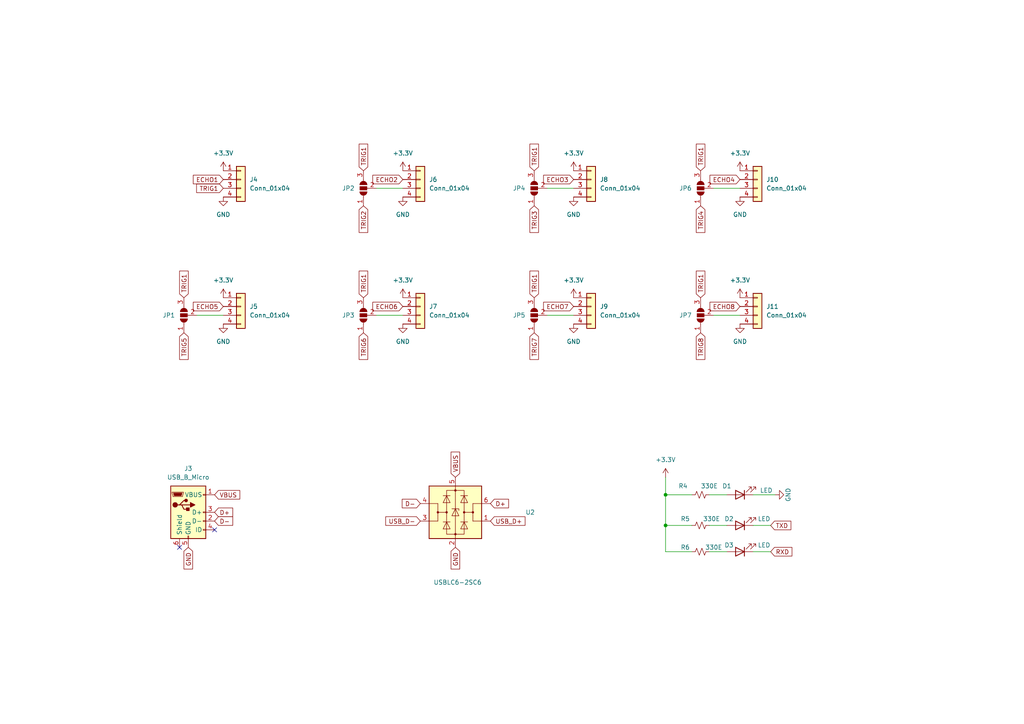
<source format=kicad_sch>
(kicad_sch (version 20211123) (generator eeschema)
  (paper "A4")
  (lib_symbols
    (symbol "Connector:USB_B_Micro" (pin_names (offset 1.016))
      (property "Reference" "J" (at -5.08 11.43 0))
      (property "Value" "USB_B_Micro" (at -5.08 8.89 0))
      (symbol "USB_B_Micro_0_1"
        (rectangle (start -5.08 -7.62) (end 5.08 7.62) (stroke (width 0.254)) (fill (type background)))
        (circle (center -3.81 2.159) (radius 0.635) (stroke (width 0.254)) (fill (type outline)))
        (circle (center -0.635 3.429) (radius 0.381) (stroke (width 0.254)) (fill (type outline)))
        (rectangle (start -0.127 -7.62) (end 0.127 -6.858))
        (polyline (pts (xy -1.905 2.159) (xy 0.635 2.159)) (stroke (width 0.254)))
        (polyline (pts (xy -3.175 2.159) (xy -2.54 2.159) (xy -1.27 3.429) (xy -0.635 3.429)) (stroke (width 0.254)))
        (polyline (pts (xy -2.54 2.159) (xy -1.905 2.159) (xy -1.27 0.889) (xy 0 0.889)) (stroke (width 0.254)))
        (polyline (pts (xy 0.635 2.794) (xy 0.635 1.524) (xy 1.905 2.159) (xy 0.635 2.794)) (stroke (width 0.254)) (fill (type outline)))
        (polyline (pts (xy -4.318 5.588) (xy -1.778 5.588) (xy -2.032 4.826) (xy -4.064 4.826) (xy -4.318 5.588)) (fill (type outline)))
        (polyline (pts (xy -4.699 5.842) (xy -4.699 5.588) (xy -4.445 4.826) (xy -4.445 4.572) (xy -1.651 4.572) (xy -1.651 4.826) (xy -1.397 5.588) (xy -1.397 5.842) (xy -4.699 5.842)))
        (rectangle (start 0.254 1.27) (end -0.508 0.508) (stroke (width 0.254)) (fill (type outline)))
        (rectangle (start 5.08 -5.207) (end 4.318 -4.953))
        (rectangle (start 5.08 -2.667) (end 4.318 -2.413))
        (rectangle (start 5.08 -0.127) (end 4.318 0.127))
        (rectangle (start 5.08 4.953) (end 4.318 5.207))
      )
      (symbol "USB_B_Micro_1_1"
        (pin power_out line (at 7.62 5.08 180) (length 2.54) (name "VBUS") (number "1"))
        (pin bidirectional line (at 7.62 -2.54 180) (length 2.54) (name "D-") (number "2"))
        (pin bidirectional line (at 7.62 0 180) (length 2.54) (name "D+") (number "3"))
        (pin passive line (at 7.62 -5.08 180) (length 2.54) (name "ID") (number "4"))
        (pin power_out line (at 0 -10.16 90) (length 2.54) (name "GND") (number "5"))
        (pin passive line (at -2.54 -10.16 90) (length 2.54) (name "Shield") (number "6"))
      )
    )
    (symbol "Connector_Generic:Conn_01x04" (pin_names (offset 1.016) hide)
      (property "Reference" "J" (at 0 5.08 0))
      (property "Value" "Conn_01x04" (at 0 -7.62 0))
      (symbol "Conn_01x04_1_1"
        (rectangle (start -1.27 -4.953) (end 0 -5.207) (stroke (width 0.1524)))
        (rectangle (start -1.27 -2.413) (end 0 -2.667) (stroke (width 0.1524)))
        (rectangle (start -1.27 0.127) (end 0 -0.127) (stroke (width 0.1524)))
        (rectangle (start -1.27 2.667) (end 0 2.413) (stroke (width 0.1524)))
        (rectangle (start -1.27 3.81) (end 1.27 -6.35) (stroke (width 0.254)) (fill (type background)))
        (pin passive line (at -5.08 2.54 0) (length 3.81) (name "Pin_1") (number "1"))
        (pin passive line (at -5.08 0 0) (length 3.81) (name "Pin_2") (number "2"))
        (pin passive line (at -5.08 -2.54 0) (length 3.81) (name "Pin_3") (number "3"))
        (pin passive line (at -5.08 -5.08 0) (length 3.81) (name "Pin_4") (number "4"))
      )
    )
    (symbol "Device:LED" (pin_numbers hide) (pin_names (offset 1.016) hide)
      (property "Reference" "D" (at 0 2.54 0))
      (property "Value" "LED" (at 0 -2.54 0))
      (symbol "LED_0_1"
        (polyline (pts (xy -1.27 -1.27) (xy -1.27 1.27)) (stroke (width 0.254)))
        (polyline (pts (xy -1.27 0) (xy 1.27 0)))
        (polyline (pts (xy 1.27 -1.27) (xy 1.27 1.27) (xy -1.27 0) (xy 1.27 -1.27)) (stroke (width 0.254)))
        (polyline (pts (xy -3.048 -0.762) (xy -4.572 -2.286) (xy -3.81 -2.286) (xy -4.572 -2.286) (xy -4.572 -1.524)))
        (polyline (pts (xy -1.778 -0.762) (xy -3.302 -2.286) (xy -2.54 -2.286) (xy -3.302 -2.286) (xy -3.302 -1.524)))
      )
      (symbol "LED_1_1"
        (pin passive line (at -3.81 0 0) (length 2.54) (name "K") (number "1"))
        (pin passive line (at 3.81 0 180) (length 2.54) (name "A") (number "2"))
      )
    )
    (symbol "Device:R_Small_US" (pin_numbers hide) (pin_names (offset 0.254) hide)
      (property "Reference" "R" (at 0.762 0.508 0))
      (property "Value" "R_Small_US" (at 0.762 -1.016 0))
      (symbol "R_Small_US_1_1"
        (polyline (pts (xy 0 0) (xy 1.016 -0.381) (xy 0 -0.762) (xy -1.016 -1.143) (xy 0 -1.524)))
        (polyline (pts (xy 0 1.524) (xy 1.016 1.143) (xy 0 0.762) (xy -1.016 0.381) (xy 0 0)))
        (pin passive line (at 0 2.54 270) (length 1.016) (name "~") (number "1"))
        (pin passive line (at 0 -2.54 90) (length 1.016) (name "~") (number "2"))
      )
    )
    (symbol "Jumper:SolderJumper_3_Open" (pin_names (offset 0) hide)
      (property "Reference" "JP" (at -2.54 -2.54 0))
      (property "Value" "SolderJumper_3_Open" (at 0 2.794 0))
      (symbol "SolderJumper_3_Open_0_1"
        (arc (start -1.016 1.016) (mid -2.032 0) (end -1.016 -1.016))
        (arc (start -1.016 1.016) (mid -2.032 0) (end -1.016 -1.016) (fill (type outline)))
        (rectangle (start -0.508 1.016) (end 0.508 -1.016) (fill (type outline)))
        (polyline (pts (xy -2.54 0) (xy -2.032 0)))
        (polyline (pts (xy -1.016 1.016) (xy -1.016 -1.016)))
        (polyline (pts (xy 0 -1.27) (xy 0 -1.016)))
        (polyline (pts (xy 1.016 1.016) (xy 1.016 -1.016)))
        (polyline (pts (xy 2.54 0) (xy 2.032 0)))
        (arc (start 1.016 -1.016) (mid 2.032 0) (end 1.016 1.016))
        (arc (start 1.016 -1.016) (mid 2.032 0) (end 1.016 1.016) (fill (type outline)))
      )
      (symbol "SolderJumper_3_Open_1_1"
        (pin passive line (at -5.08 0 0) (length 2.54) (name "A") (number "1"))
        (pin passive line (at 0 -3.81 90) (length 2.54) (name "C") (number "2"))
        (pin passive line (at 5.08 0 180) (length 2.54) (name "B") (number "3"))
      )
    )
    (symbol "Power_Protection:USBLC6-2SC6" (pin_names hide)
      (property "Reference" "U" (at 2.54 8.89 0))
      (property "Value" "USBLC6-2SC6" (at 2.54 -8.89 0))
      (symbol "USBLC6-2SC6_0_1"
        (rectangle (start -7.62 -7.62) (end 7.62 7.62) (stroke (width 0.254)) (fill (type background)))
        (circle (center -5.08 0) (radius 0.254) (fill (type outline)))
        (circle (center -2.54 0) (radius 0.254) (fill (type outline)))
        (rectangle (start -2.54 6.35) (end 2.54 -6.35))
        (circle (center 0 -6.35) (radius 0.254) (fill (type outline)))
        (polyline (pts (xy -5.08 -2.54) (xy -7.62 -2.54)))
        (polyline (pts (xy -5.08 0) (xy -5.08 -2.54)))
        (polyline (pts (xy -5.08 2.54) (xy -7.62 2.54)))
        (polyline (pts (xy -1.524 -2.794) (xy -3.556 -2.794)))
        (polyline (pts (xy -1.524 4.826) (xy -3.556 4.826)))
        (polyline (pts (xy 0 -7.62) (xy 0 -6.35)))
        (polyline (pts (xy 0 -6.35) (xy 0 1.27)))
        (polyline (pts (xy 0 1.27) (xy 0 6.35)))
        (polyline (pts (xy 0 6.35) (xy 0 7.62)))
        (polyline (pts (xy 1.524 -2.794) (xy 3.556 -2.794)))
        (polyline (pts (xy 1.524 4.826) (xy 3.556 4.826)))
        (polyline (pts (xy 5.08 -2.54) (xy 7.62 -2.54)))
        (polyline (pts (xy 5.08 0) (xy 5.08 -2.54)))
        (polyline (pts (xy 5.08 2.54) (xy 7.62 2.54)))
        (polyline (pts (xy -2.54 0) (xy -5.08 0) (xy -5.08 2.54)))
        (polyline (pts (xy 2.54 0) (xy 5.08 0) (xy 5.08 2.54)))
        (polyline (pts (xy -3.556 -4.826) (xy -1.524 -4.826) (xy -2.54 -2.794) (xy -3.556 -4.826)))
        (polyline (pts (xy -3.556 2.794) (xy -1.524 2.794) (xy -2.54 4.826) (xy -3.556 2.794)))
        (polyline (pts (xy -1.016 -1.016) (xy 1.016 -1.016) (xy 0 1.016) (xy -1.016 -1.016)))
        (polyline (pts (xy 1.016 1.016) (xy 0.762 1.016) (xy -1.016 1.016) (xy -1.016 0.508)))
        (polyline (pts (xy 3.556 -4.826) (xy 1.524 -4.826) (xy 2.54 -2.794) (xy 3.556 -4.826)))
        (polyline (pts (xy 3.556 2.794) (xy 1.524 2.794) (xy 2.54 4.826) (xy 3.556 2.794)))
        (circle (center 0 6.35) (radius 0.254) (fill (type outline)))
        (circle (center 2.54 0) (radius 0.254) (fill (type outline)))
        (circle (center 5.08 0) (radius 0.254) (fill (type outline)))
      )
      (symbol "USBLC6-2SC6_1_1"
        (pin passive line (at -10.16 -2.54 0) (length 2.54) (name "I/O1") (number "1"))
        (pin passive line (at 0 -10.16 90) (length 2.54) (name "GND") (number "2"))
        (pin passive line (at 10.16 -2.54 180) (length 2.54) (name "I/O2") (number "3"))
        (pin passive line (at 10.16 2.54 180) (length 2.54) (name "I/O2") (number "4"))
        (pin passive line (at 0 10.16 270) (length 2.54) (name "VBUS") (number "5"))
        (pin passive line (at -10.16 2.54 0) (length 2.54) (name "I/O1") (number "6"))
      )
    )
    (symbol "power:+3.3V" (power) (pin_names (offset 0))
      (property "Value" "+3.3V" (at 0 3.556 0))
      (symbol "+3.3V_0_1"
        (polyline (pts (xy -0.762 1.27) (xy 0 2.54)))
        (polyline (pts (xy 0 0) (xy 0 2.54)))
        (polyline (pts (xy 0 2.54) (xy 0.762 1.27)))
      )
      (symbol "+3.3V_1_1"
        (pin power_in line (at 0 0 90) (length 0) hide (name "+3.3V") (number "1"))
      )
    )
    (symbol "power:GND" (power) (pin_names (offset 0))
      (property "Value" "GND" (at 0 -3.81 0))
      (symbol "GND_0_1"
        (polyline (pts (xy 0 0) (xy 0 -1.27) (xy 1.27 -1.27) (xy 0 -2.54) (xy -1.27 -1.27) (xy 0 -1.27)))
      )
      (symbol "GND_1_1"
        (pin power_in line (at 0 0 270) (length 0) hide (name "GND") (number "1"))
      )
    )
  )
  (junction (at 193.04 152.4))
  (junction (at 193.04 143.51))
  (no_connect (at 62.23 153.67))
  (no_connect (at 52.07 158.75))
  (wire (pts (xy 218.44 152.4) (xy 223.52 152.4)))
  (wire (pts (xy 218.44 143.51) (xy 224.79 143.51)))
  (wire (pts (xy 109.22 54.61) (xy 116.84 54.61)))
  (wire (pts (xy 158.75 91.44) (xy 166.37 91.44)))
  (wire (pts (xy 205.74 152.4) (xy 210.82 152.4)))
  (wire (pts (xy 158.75 54.61) (xy 166.37 54.61)))
  (wire (pts (xy 193.04 160.02) (xy 200.66 160.02)))
  (wire (pts (xy 57.15 91.44) (xy 64.77 91.44)))
  (wire (pts (xy 193.04 138.43) (xy 193.04 143.51)))
  (wire (pts (xy 193.04 152.4) (xy 200.66 152.4)))
  (wire (pts (xy 205.74 143.51) (xy 210.82 143.51)))
  (wire (pts (xy 207.01 91.44) (xy 214.63 91.44)))
  (wire (pts (xy 193.04 152.4) (xy 193.04 160.02)))
  (wire (pts (xy 207.01 54.61) (xy 214.63 54.61)))
  (wire (pts (xy 218.44 160.02) (xy 223.52 160.02)))
  (wire (pts (xy 109.22 91.44) (xy 116.84 91.44)))
  (wire (pts (xy 205.74 160.02) (xy 210.82 160.02)))
  (wire (pts (xy 193.04 152.4) (xy 193.04 143.51)))
  (wire (pts (xy 193.04 143.51) (xy 200.66 143.51)))
  (global_label "TRIG2" (shape input) (at 105.41 59.69 270) (property "Intersheet References" "${INTERSHEET_REFS}" (effects hide)))
  (global_label "TXD" (shape input) (at 223.52 152.4 0) (property "Intersheet References" "${INTERSHEET_REFS}" (effects hide)))
  (global_label "TRIG1" (shape input) (at 105.41 86.36 90) (property "Intersheet References" "${INTERSHEET_REFS}" (effects hide)))
  (global_label "TRIG4" (shape input) (at 203.2 59.69 270) (property "Intersheet References" "${INTERSHEET_REFS}" (effects hide)))
  (global_label "D+" (shape input) (at 142.24 146.05 0) (property "Intersheet References" "${INTERSHEET_REFS}" (effects hide)))
  (global_label "USB_D-" (shape input) (at 121.92 151.13 180) (property "Intersheet References" "${INTERSHEET_REFS}" (effects hide)))
  (global_label "VBUS" (shape input) (at 132.08 138.43 90) (property "Intersheet References" "${INTERSHEET_REFS}" (effects hide)))
  (global_label "TRIG1" (shape input) (at 203.2 86.36 90) (property "Intersheet References" "${INTERSHEET_REFS}" (effects hide)))
  (global_label "D-" (shape input) (at 121.92 146.05 180) (property "Intersheet References" "${INTERSHEET_REFS}" (effects hide)))
  (global_label "ECHO6" (shape input) (at 116.84 88.9 180) (property "Intersheet References" "${INTERSHEET_REFS}" (effects hide)))
  (global_label "TRIG6" (shape input) (at 105.41 96.52 270) (property "Intersheet References" "${INTERSHEET_REFS}" (effects hide)))
  (global_label "ECHO2" (shape input) (at 116.84 52.07 180) (property "Intersheet References" "${INTERSHEET_REFS}" (effects hide)))
  (global_label "USB_D+" (shape input) (at 142.24 151.13 0) (property "Intersheet References" "${INTERSHEET_REFS}" (effects hide)))
  (global_label "ECHO7" (shape input) (at 166.37 88.9 180) (property "Intersheet References" "${INTERSHEET_REFS}" (effects hide)))
  (global_label "VBUS" (shape input) (at 62.23 143.51 0) (property "Intersheet References" "${INTERSHEET_REFS}" (effects hide)))
  (global_label "ECHO4" (shape input) (at 214.63 52.07 180) (property "Intersheet References" "${INTERSHEET_REFS}" (effects hide)))
  (global_label "ECHO1" (shape input) (at 64.77 52.07 180) (property "Intersheet References" "${INTERSHEET_REFS}" (effects hide)))
  (global_label "ECHO5" (shape input) (at 64.77 88.9 180) (property "Intersheet References" "${INTERSHEET_REFS}" (effects hide)))
  (global_label "GND" (shape input) (at 132.08 158.75 270) (property "Intersheet References" "${INTERSHEET_REFS}" (effects hide)))
  (global_label "TRIG3" (shape input) (at 154.94 59.69 270) (property "Intersheet References" "${INTERSHEET_REFS}" (effects hide)))
  (global_label "TRIG1" (shape input) (at 64.77 54.61 180) (property "Intersheet References" "${INTERSHEET_REFS}" (effects hide)))
  (global_label "D-" (shape input) (at 62.23 151.13 0) (property "Intersheet References" "${INTERSHEET_REFS}" (effects hide)))
  (global_label "TRIG1" (shape input) (at 154.94 49.53 90) (property "Intersheet References" "${INTERSHEET_REFS}" (effects hide)))
  (global_label "ECHO8" (shape input) (at 214.63 88.9 180) (property "Intersheet References" "${INTERSHEET_REFS}" (effects hide)))
  (global_label "TRIG1" (shape input) (at 53.34 86.36 90) (property "Intersheet References" "${INTERSHEET_REFS}" (effects hide)))
  (global_label "RXD" (shape input) (at 223.52 160.02 0) (property "Intersheet References" "${INTERSHEET_REFS}" (effects hide)))
  (global_label "TRIG1" (shape input) (at 154.94 86.36 90) (property "Intersheet References" "${INTERSHEET_REFS}" (effects hide)))
  (global_label "TRIG1" (shape input) (at 203.2 49.53 90) (property "Intersheet References" "${INTERSHEET_REFS}" (effects hide)))
  (global_label "TRIG8" (shape input) (at 203.2 96.52 270) (property "Intersheet References" "${INTERSHEET_REFS}" (effects hide)))
  (global_label "TRIG7" (shape input) (at 154.94 96.52 270) (property "Intersheet References" "${INTERSHEET_REFS}" (effects hide)))
  (global_label "GND" (shape input) (at 54.61 158.75 270) (property "Intersheet References" "${INTERSHEET_REFS}" (effects hide)))
  (global_label "TRIG5" (shape input) (at 53.34 96.52 270) (property "Intersheet References" "${INTERSHEET_REFS}" (effects hide)))
  (global_label "TRIG1" (shape input) (at 105.41 49.53 90) (property "Intersheet References" "${INTERSHEET_REFS}" (effects hide)))
  (global_label "ECHO3" (shape input) (at 166.37 52.07 180) (property "Intersheet References" "${INTERSHEET_REFS}" (effects hide)))
  (global_label "D+" (shape input) (at 62.23 148.59 0) (property "Intersheet References" "${INTERSHEET_REFS}" (effects hide)))
  (symbol (lib_id "power:GND") (at 64.77 57.15 0) (unit 1)
    (property "Reference" "#PWR011" (effects hide))
    (property "Value" "GND" (at 64.77 62.23 0))
  )
  (symbol (lib_id "Connector_Generic:Conn_01x04") (at 69.85 88.9 0) (unit 1)
    (property "Reference" "J5" (at 72.39 88.8999 0) (effects (justify left)))
    (property "Value" "Conn_01x04" (at 72.39 91.4399 0) (effects (justify left)))
    (property "Footprint" "Connector_JST:JST_PH_B4B-PH-K_1x04_P2.00mm_Vertical" (effects hide))
  )
  (symbol (lib_id "power:GND") (at 166.37 93.98 0) (unit 1)
    (property "Reference" "#PWR021" (effects hide))
    (property "Value" "GND" (at 166.37 99.06 0))
  )
  (symbol (lib_id "Connector_Generic:Conn_01x04") (at 121.92 88.9 0) (unit 1)
    (property "Reference" "J7" (at 124.46 88.8999 0) (effects (justify left)))
    (property "Value" "Conn_01x04" (at 124.46 91.4399 0) (effects (justify left)))
    (property "Footprint" "Connector_JST:JST_PH_B4B-PH-K_1x04_P2.00mm_Vertical" (effects hide))
  )
  (symbol (lib_id "power:+3.3V") (at 214.63 49.53 0) (unit 1)
    (property "Reference" "#PWR023" (effects hide))
    (property "Value" "+3.3V" (at 214.63 44.45 0))
  )
  (symbol (lib_id "Connector_Generic:Conn_01x04") (at 171.45 88.9 0) (unit 1)
    (property "Reference" "J9" (at 173.99 88.8999 0) (effects (justify left)))
    (property "Value" "Conn_01x04" (at 173.99 91.4399 0) (effects (justify left)))
    (property "Footprint" "Connector_JST:JST_PH_B4B-PH-K_1x04_P2.00mm_Vertical" (effects hide))
  )
  (symbol (lib_id "Device:LED") (at 214.63 143.51 180) (unit 1)
    (property "Reference" "D1" (at 210.82 140.97 0))
    (property "Value" "LED" (at 222.25 142.24 0))
    (property "Footprint" "LED_SMD:LED_0603_1608Metric" (effects hide))
  )
  (symbol (lib_id "power:GND") (at 116.84 93.98 0) (unit 1)
    (property "Reference" "#PWR017" (effects hide))
    (property "Value" "GND" (at 116.84 99.06 0))
  )
  (symbol (lib_id "Jumper:SolderJumper_3_Open") (at 203.2 54.61 90) (unit 1)
    (property "Reference" "JP6" (at 200.66 54.6099 90) (effects (justify left)))
    (property "Value" "SolderJumper_3_Open" (effects hide))
    (property "Footprint" "Jumper:SolderJumper-3_P1.3mm_Open_Pad1.0x1.5mm" (effects hide))
  )
  (symbol (lib_id "Device:R_Small_US") (at 203.2 160.02 90) (unit 1)
    (property "Reference" "R6" (at 198.755 158.75 90))
    (property "Value" "330E" (at 207.01 158.75 90))
    (property "Footprint" "Resistor_SMD:R_0603_1608Metric" (effects hide))
  )
  (symbol (lib_id "Device:R_Small_US") (at 203.2 143.51 90) (unit 1)
    (property "Reference" "R4" (at 198.12 140.97 90))
    (property "Value" "330E" (at 205.74 140.97 90))
    (property "Footprint" "Resistor_SMD:R_0603_1608Metric" (effects hide))
  )
  (symbol (lib_id "power:GND") (at 64.77 93.98 0) (unit 1)
    (property "Reference" "#PWR013" (effects hide))
    (property "Value" "GND" (at 64.77 99.06 0))
  )
  (symbol (lib_id "power:+3.3V") (at 64.77 49.53 0) (unit 1)
    (property "Reference" "#PWR010" (effects hide))
    (property "Value" "+3.3V" (at 64.77 44.45 0))
  )
  (symbol (lib_id "power:+3.3V") (at 166.37 86.36 0) (unit 1)
    (property "Reference" "#PWR020" (effects hide))
    (property "Value" "+3.3V" (at 166.37 81.28 0))
  )
  (symbol (lib_id "power:+3.3V") (at 166.37 49.53 0) (unit 1)
    (property "Reference" "#PWR018" (effects hide))
    (property "Value" "+3.3V" (at 166.37 44.45 0))
  )
  (symbol (lib_id "Jumper:SolderJumper_3_Open") (at 203.2 91.44 90) (unit 1)
    (property "Reference" "JP7" (at 200.66 91.4399 90) (effects (justify left)))
    (property "Value" "SolderJumper_3_Open" (effects hide))
    (property "Footprint" "Jumper:SolderJumper-3_P1.3mm_Open_Pad1.0x1.5mm" (effects hide))
  )
  (symbol (lib_id "Connector_Generic:Conn_01x04") (at 171.45 52.07 0) (unit 1)
    (property "Reference" "J8" (at 173.99 52.0699 0) (effects (justify left)))
    (property "Value" "Conn_01x04" (at 173.99 54.6099 0) (effects (justify left)))
    (property "Footprint" "Connector_JST:JST_PH_B4B-PH-K_1x04_P2.00mm_Vertical" (effects hide))
  )
  (symbol (lib_id "Connector_Generic:Conn_01x04") (at 219.71 88.9 0) (unit 1)
    (property "Reference" "J11" (at 222.25 88.8999 0) (effects (justify left)))
    (property "Value" "Conn_01x04" (at 222.25 91.4399 0) (effects (justify left)))
    (property "Footprint" "Connector_JST:JST_PH_B4B-PH-K_1x04_P2.00mm_Vertical" (effects hide))
  )
  (symbol (lib_id "Jumper:SolderJumper_3_Open") (at 105.41 91.44 90) (unit 1)
    (property "Reference" "JP3" (at 102.87 91.4399 90) (effects (justify left)))
    (property "Value" "SolderJumper_3_Open" (effects hide))
    (property "Footprint" "Jumper:SolderJumper-3_P1.3mm_Open_Pad1.0x1.5mm" (effects hide))
  )
  (symbol (lib_id "Connector_Generic:Conn_01x04") (at 69.85 52.07 0) (unit 1)
    (property "Reference" "J4" (at 72.39 52.0699 0) (effects (justify left)))
    (property "Value" "Conn_01x04" (at 72.39 54.6099 0) (effects (justify left)))
    (property "Footprint" "Connector_JST:JST_PH_B4B-PH-K_1x04_P2.00mm_Vertical" (effects hide))
  )
  (symbol (lib_id "power:GND") (at 224.79 143.51 90) (unit 1)
    (property "Reference" "#PWR027" (effects hide))
    (property "Value" "GND" (at 228.6 143.51 0))
  )
  (symbol (lib_id "Jumper:SolderJumper_3_Open") (at 154.94 54.61 90) (unit 1)
    (property "Reference" "JP4" (at 152.4 54.6099 90) (effects (justify left)))
    (property "Value" "SolderJumper_3_Open" (effects hide))
    (property "Footprint" "Jumper:SolderJumper-3_P1.3mm_Open_Pad1.0x1.5mm" (effects hide))
  )
  (symbol (lib_id "power:+3.3V") (at 116.84 86.36 0) (unit 1)
    (property "Reference" "#PWR016" (effects hide))
    (property "Value" "+3.3V" (at 116.84 81.28 0))
  )
  (symbol (lib_id "power:+3.3V") (at 116.84 49.53 0) (unit 1)
    (property "Reference" "#PWR014" (effects hide))
    (property "Value" "+3.3V" (at 116.84 44.45 0))
  )
  (symbol (lib_id "power:+3.3V") (at 193.04 138.43 0) (unit 1)
    (property "Reference" "#PWR022" (effects hide))
    (property "Value" "+3.3V" (at 193.04 133.35 0))
  )
  (symbol (lib_id "power:GND") (at 116.84 57.15 0) (unit 1)
    (property "Reference" "#PWR015" (effects hide))
    (property "Value" "GND" (at 116.84 62.23 0))
  )
  (symbol (lib_id "Device:LED") (at 214.63 152.4 180) (unit 1)
    (property "Reference" "D2" (at 211.455 150.495 0))
    (property "Value" "LED" (at 221.615 150.495 0))
    (property "Footprint" "LED_SMD:LED_0603_1608Metric" (effects hide))
  )
  (symbol (lib_id "Device:R_Small_US") (at 203.2 152.4 90) (unit 1)
    (property "Reference" "R5" (at 198.755 150.495 90))
    (property "Value" "330E" (at 206.375 150.495 90))
    (property "Footprint" "Resistor_SMD:R_0603_1608Metric" (effects hide))
  )
  (symbol (lib_id "Connector_Generic:Conn_01x04") (at 121.92 52.07 0) (unit 1)
    (property "Reference" "J6" (at 124.46 52.0699 0) (effects (justify left)))
    (property "Value" "Conn_01x04" (at 124.46 54.6099 0) (effects (justify left)))
    (property "Footprint" "Connector_JST:JST_PH_B4B-PH-K_1x04_P2.00mm_Vertical" (effects hide))
  )
  (symbol (lib_id "Jumper:SolderJumper_3_Open") (at 154.94 91.44 90) (unit 1)
    (property "Reference" "JP5" (at 152.4 91.4399 90) (effects (justify left)))
    (property "Value" "SolderJumper_3_Open" (effects hide))
    (property "Footprint" "Jumper:SolderJumper-3_P1.3mm_Open_Pad1.0x1.5mm" (effects hide))
  )
  (symbol (lib_id "Connector_Generic:Conn_01x04") (at 219.71 52.07 0) (unit 1)
    (property "Reference" "J10" (at 222.25 52.0699 0) (effects (justify left)))
    (property "Value" "Conn_01x04" (at 222.25 54.6099 0) (effects (justify left)))
    (property "Footprint" "Connector_JST:JST_PH_B4B-PH-K_1x04_P2.00mm_Vertical" (effects hide))
  )
  (symbol (lib_id "Device:LED") (at 214.63 160.02 180) (unit 1)
    (property "Reference" "D3" (at 211.455 158.115 0))
    (property "Value" "LED" (at 221.615 158.115 0))
    (property "Footprint" "LED_SMD:LED_0603_1608Metric" (effects hide))
  )
  (symbol (lib_id "power:+3.3V") (at 214.63 86.36 0) (unit 1)
    (property "Reference" "#PWR025" (effects hide))
    (property "Value" "+3.3V" (at 214.63 81.28 0))
  )
  (symbol (lib_id "power:+3.3V") (at 64.77 86.36 0) (unit 1)
    (property "Reference" "#PWR012" (effects hide))
    (property "Value" "+3.3V" (at 64.77 81.28 0))
  )
  (symbol (lib_id "Jumper:SolderJumper_3_Open") (at 53.34 91.44 90) (unit 1)
    (property "Reference" "JP1" (at 50.8 91.4399 90) (effects (justify left)))
    (property "Value" "SolderJumper_3_Open" (effects hide))
    (property "Footprint" "Jumper:SolderJumper-3_P1.3mm_Open_Pad1.0x1.5mm" (effects hide))
  )
  (symbol (lib_id "Jumper:SolderJumper_3_Open") (at 105.41 54.61 90) (unit 1)
    (property "Reference" "JP2" (at 102.87 54.6099 90) (effects (justify left)))
    (property "Value" "SolderJumper_3_Open" (effects hide))
    (property "Footprint" "Jumper:SolderJumper-3_P1.3mm_Open_Pad1.0x1.5mm" (effects hide))
  )
  (symbol (lib_id "power:GND") (at 214.63 57.15 0) (unit 1)
    (property "Reference" "#PWR024" (effects hide))
    (property "Value" "GND" (at 214.63 62.23 0))
  )
  (symbol (lib_id "power:GND") (at 166.37 57.15 0) (unit 1)
    (property "Reference" "#PWR019" (effects hide))
    (property "Value" "GND" (at 166.37 62.23 0))
  )
  (symbol (lib_id "Power_Protection:USBLC6-2SC6") (at 132.08 148.59 0) (mirror y) (unit 1)
    (property "Reference" "U2" (at 152.4 148.59 0) (effects (justify right)))
    (property "Value" "USBLC6-2SC6" (at 125.73 168.91 0) (effects (justify right)))
    (property "Footprint" "Package_TO_SOT_SMD:SOT-23-6" (effects hide))
    (property "Datasheet" "https://www.st.com/resource/en/datasheet/usblc6-2.pdf" (effects hide))
  )
  (symbol (lib_id "Connector:USB_B_Micro") (at 54.61 148.59 0) (unit 1)
    (property "Reference" "J3" (at 54.61 135.89 0))
    (property "Value" "USB_B_Micro" (at 54.61 138.43 0))
    (property "Footprint" "Connector_USB:USB_Micro-B_Wuerth_614105150721_Vertical" (effects hide))
  )
  (symbol (lib_id "power:GND") (at 214.63 93.98 0) (unit 1)
    (property "Reference" "#PWR026" (effects hide))
    (property "Value" "GND" (at 214.63 99.06 0))
  )
)
</source>
